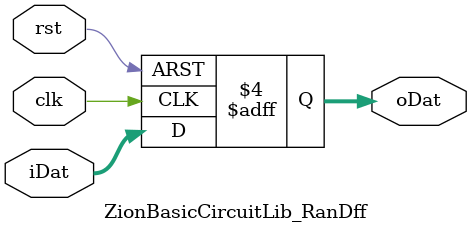
<source format=sv>
`ifndef Disable_ZionBasicCircuitLib_RanDff
`ifdef ZionBasicCircuitLib_RanDff
  `__DefErr__(ZionBasicCircuitLib_RanDff)
`else
  `define ZionBasicCircuitLib_RanDff(UnitName,clk_MT,rst_MT,iDat_MT,oDat_MT,INI_DATA_MT='0) \
ZionBasicCircuitLib_RanDff  #(.WIDTH_IN($bits(iDat_MT)),                                      \
                                .WIDTH_OUT($bits(oDat_MT)),                                   \
                                .INI_DATA(INI_DATA_MT))                                       \
                              UnitName(                                                       \
                                .clk(clk_MT),                                                 \
                                .rst(rst_MT),                                                 \
                                .iDat(iDat_MT),                                               \
                                .oDat(oDat_MT)                                                \
                              )
`endif

module ZionBasicCircuitLib_RanDff
#(WIDTH_IN  = "_", //$bits(iDat)// width of input data
  WIDTH_OUT = "_", //$bits(oDat)// width of output data
  INI_DATA  = '0   //'0         // initial value for reset
)(
  input                        clk,rst,
  input        [WIDTH_IN -1:0] iDat,
  output logic [WIDTH_OUT-1:0] oDat
);

  always_ff@(posedge clk, negedge rst) begin
    if(!rst)
      oDat <= INI_DATA;
    else begin
      oDat <= iDat;
    end 
  end 


  // parameter check
  initial begin
    if(WIDTH_IN != WIDTH_OUT) begin
      $error("Parameter Error: Dff IO width mismatch!!");
      `ifdef CHECK_ERR_EXIT
        $finish;
      `endif
    end
  end

endmodule: ZionBasicCircuitLib_RanDff
`endif
</source>
